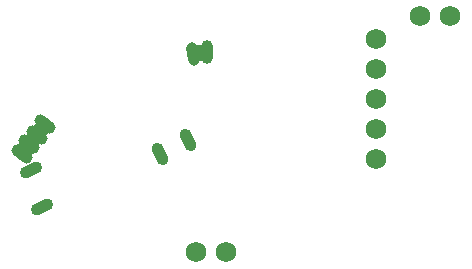
<source format=gbs>
G04*
G04 #@! TF.GenerationSoftware,Altium Limited,Altium Designer,19.0.15 (446)*
G04*
G04 Layer_Color=16711935*
%FSLAX25Y25*%
%MOIN*%
G70*
G01*
G75*
G04:AMPARAMS|DCode=14|XSize=39.5mil|YSize=78.87mil|CornerRadius=0mil|HoleSize=0mil|Usage=FLASHONLY|Rotation=52.000|XOffset=0mil|YOffset=0mil|HoleType=Round|Shape=Round|*
%AMOVALD14*
21,1,0.03937,0.03950,0.00000,0.00000,142.0*
1,1,0.03950,0.01551,-0.01212*
1,1,0.03950,-0.01551,0.01212*
%
%ADD14OVALD14*%

G04:AMPARAMS|DCode=15|XSize=39.5mil|YSize=78.87mil|CornerRadius=0mil|HoleSize=0mil|Usage=FLASHONLY|Rotation=116.000|XOffset=0mil|YOffset=0mil|HoleType=Round|Shape=Round|*
%AMOVALD15*
21,1,0.03937,0.03950,0.00000,0.00000,206.0*
1,1,0.03950,0.01769,0.00863*
1,1,0.03950,-0.01769,-0.00863*
%
%ADD15OVALD15*%

%ADD16O,0.03950X0.07887*%
G04:AMPARAMS|DCode=17|XSize=39.5mil|YSize=78.87mil|CornerRadius=0mil|HoleSize=0mil|Usage=FLASHONLY|Rotation=10.000|XOffset=0mil|YOffset=0mil|HoleType=Round|Shape=Round|*
%AMOVALD17*
21,1,0.03937,0.03950,0.00000,0.00000,100.0*
1,1,0.03950,0.00342,-0.01939*
1,1,0.03950,-0.00342,0.01939*
%
%ADD17OVALD17*%

G04:AMPARAMS|DCode=18|XSize=39.5mil|YSize=78.87mil|CornerRadius=0mil|HoleSize=0mil|Usage=FLASHONLY|Rotation=206.000|XOffset=0mil|YOffset=0mil|HoleType=Round|Shape=Round|*
%AMOVALD18*
21,1,0.03937,0.03950,0.00000,0.00000,296.0*
1,1,0.03950,-0.00863,0.01769*
1,1,0.03950,0.00863,-0.01769*
%
%ADD18OVALD18*%

%ADD19C,0.06800*%
G36*
X-73136Y-3036D02*
X-80315Y-11811D01*
X-75984Y-15354D01*
X-69001Y-6044D01*
X-73136Y-3036D01*
D02*
G37*
G36*
X-20748Y22047D02*
X-18504D01*
Y16535D01*
X-20079D01*
X-20748Y22047D01*
D02*
G37*
D14*
X-78785Y-14297D02*
D03*
X-76324Y-11182D02*
D03*
X-73765Y-8033D02*
D03*
X-71009Y-4533D02*
D03*
D15*
X-75569Y-19711D02*
D03*
X-71979Y-32041D02*
D03*
D16*
X-17224Y19390D02*
D03*
D17*
X-21563Y18978D02*
D03*
D18*
X-23498Y-9723D02*
D03*
X-32844Y-14349D02*
D03*
D19*
X64055Y31496D02*
D03*
X54055D02*
D03*
X-20748Y-47244D02*
D03*
X-10748D02*
D03*
X39370Y13937D02*
D03*
Y-16063D02*
D03*
Y-6063D02*
D03*
Y3937D02*
D03*
Y23937D02*
D03*
M02*

</source>
